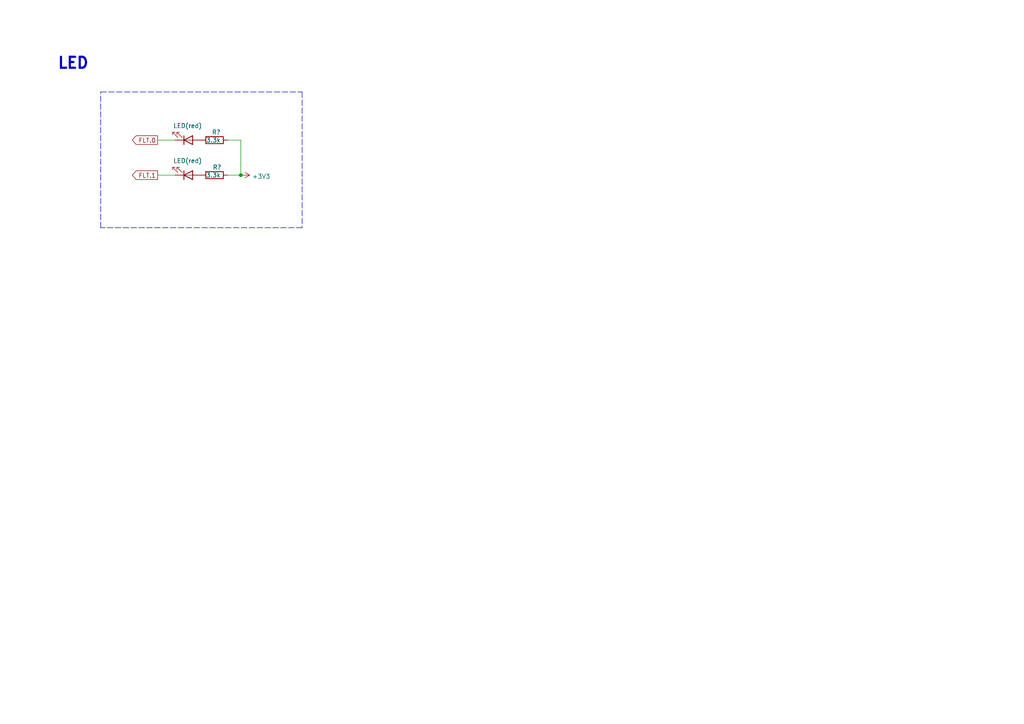
<source format=kicad_sch>
(kicad_sch (version 20250114) (generator "eeschema") (generator_version "9.0")
  (paper "A4")
  (title_block (title "RTB C11 Module") (date "2023-10-22") (rev "4") (company "Frank Schumacher") (comment 1 "Powerboard"))
  (lib_symbols
    (symbol "Device:LED" (pin_numbers (hide yes)) (pin_names (offset 1.016) (hide yes))
      (property "Reference" "D" (at 0 2.54 0))
      (property "Value" "LED" (at 0 -2.54 0))
      (symbol "LED_0_1"
        (polyline (pts (xy -3.048 -0.762) (xy -4.572 -2.286) (xy -3.81 -2.286) (xy -4.572 -2.286) (xy -4.572 -1.524)))
        (polyline (pts (xy -1.778 -0.762) (xy -3.302 -2.286) (xy -2.54 -2.286) (xy -3.302 -2.286) (xy -3.302 -1.524)))
        (polyline (pts (xy -1.27 0) (xy 1.27 0)))
        (polyline (pts (xy -1.27 -1.27) (xy -1.27 1.27)) (stroke (width 0.254)))
        (polyline (pts (xy 1.27 -1.27) (xy 1.27 1.27) (xy -1.27 0) (xy 1.27 -1.27)) (stroke (width 0.254)))
      )
      (symbol "LED_1_1"
        (pin passive line (at -3.81 0 0) (length 2.54) (name "K") (number "1"))
        (pin passive line (at 3.81 0 180) (length 2.54) (name "A") (number "2"))
      )
    )
    (symbol "Device:R" (pin_numbers (hide yes)) (pin_names (offset 0))
      (property "Reference" "R" (at 2.032 0 90))
      (property "Value" "R" (at 0 0 90))
      (symbol "R_0_1"
        (rectangle (start -1.016 -2.54) (end 1.016 2.54) (stroke (width 0.254)))
      )
      (symbol "R_1_1"
        (pin passive line (at 0 3.81 270) (length 1.27) (name "~") (number "1"))
        (pin passive line (at 0 -3.81 90) (length 1.27) (name "~") (number "2"))
      )
    )
    (symbol "power:+3V3" (power) (pin_numbers (hide yes)) (pin_names (offset 0) (hide yes))
      (property "Value" "+3V3" (at 0 3.556 0))
      (symbol "+3V3_0_1"
        (polyline (pts (xy -0.762 1.27) (xy 0 2.54)))
        (polyline (pts (xy 0 2.54) (xy 0.762 1.27)))
        (polyline (pts (xy 0 0) (xy 0 2.54)))
      )
      (symbol "+3V3_1_1"
        (pin power_in line (at 0 0 90) (length 0) (name "~") (number "1"))
      )
    )
  )
  (text "LED" (at 16.51 20.32 0) (effects (font (size 3.175 3.175) (thickness 0.635) (bold yes)) (justify left bottom)))
  (junction (at 69.85 50.8))
  (wire (pts (xy 45.72 50.8) (xy 50.8 50.8)))
  (wire (pts (xy 66.04 40.64) (xy 69.85 40.64)))
  (wire (pts (xy 66.04 50.8) (xy 69.85 50.8)))
  (wire (pts (xy 69.85 40.64) (xy 69.85 50.8)))
  (wire (pts (xy 45.72 40.64) (xy 50.8 40.64)))
  (polyline (pts (xy 87.63 66.04) (xy 29.21 66.04)) (stroke (width 0) (type dash)))
  (polyline (pts (xy 29.21 66.04) (xy 29.21 26.67)) (stroke (width 0) (type dash)))
  (polyline (pts (xy 87.63 26.67) (xy 87.63 66.04)) (stroke (width 0) (type dash)))
  (polyline (pts (xy 29.21 26.67) (xy 87.63 26.67)) (stroke (width 0) (type dash)))
  (global_label "FLT.0" (shape output) (at 45.72 40.64 180) (property "Intersheetrefs" "${INTERSHEET_REFS}" (effects (hide yes))))
  (global_label "FLT.1" (shape output) (at 45.72 50.8 180) (property "Intersheetrefs" "${INTERSHEET_REFS}" (effects (hide yes))))
  (symbol (lib_id "power:+3V3") (at 69.85 50.8 270) (unit 1)
    (property "Reference" "#PWR0130" (effects (hide yes)))
    (property "Value" "+3V3" (at 73.1012 51.181 90) (effects (justify left)))
  )
  (symbol (lib_id "Device:LED") (at 54.61 50.8 0) (mirror x) (unit 1)
    (property "Reference" "D6" (effects (hide yes)))
    (property "Value" "LED(red)" (at 54.4322 46.6344 0))
    (property "Footprint" "LED_SMD:LED_0603_1608Metric" (effects (hide yes)))
    (instances (project "" (path "" (reference "D?") (unit 1)) (path "" (reference "D6") (unit 1))))
  )
  (symbol (lib_id "Device:R") (at 62.23 50.8 90) (unit 1)
    (property "Reference" "R47" (at 64.262 48.514 90) (effects (justify left)))
    (property "Value" "3.3k" (at 64.008 50.8 90) (effects (justify left)))
    (property "Footprint" "Resistor_SMD:R_0603_1608Metric" (effects (hide yes)))
    (instances (project "" (path "" (reference "R?") (unit 1)) (path "" (reference "R47") (unit 1))))
  )
  (symbol (lib_id "Device:LED") (at 54.61 40.64 0) (mirror x) (unit 1)
    (property "Reference" "D8" (effects (hide yes)))
    (property "Value" "LED(red)" (at 54.4322 36.4744 0))
    (property "Footprint" "LED_SMD:LED_0603_1608Metric" (effects (hide yes)))
    (instances (project "" (path "" (reference "D?") (unit 1)) (path "" (reference "D8") (unit 1))))
  )
  (symbol (lib_id "Device:R") (at 62.23 40.64 90) (unit 1)
    (property "Reference" "R49" (at 64.008 38.354 90) (effects (justify left)))
    (property "Value" "3.3k" (at 64.008 40.64 90) (effects (justify left)))
    (property "Footprint" "Resistor_SMD:R_0603_1608Metric" (effects (hide yes)))
    (instances (project "" (path "" (reference "R?") (unit 1)) (path "" (reference "R49") (unit 1))))
  )
)
</source>
